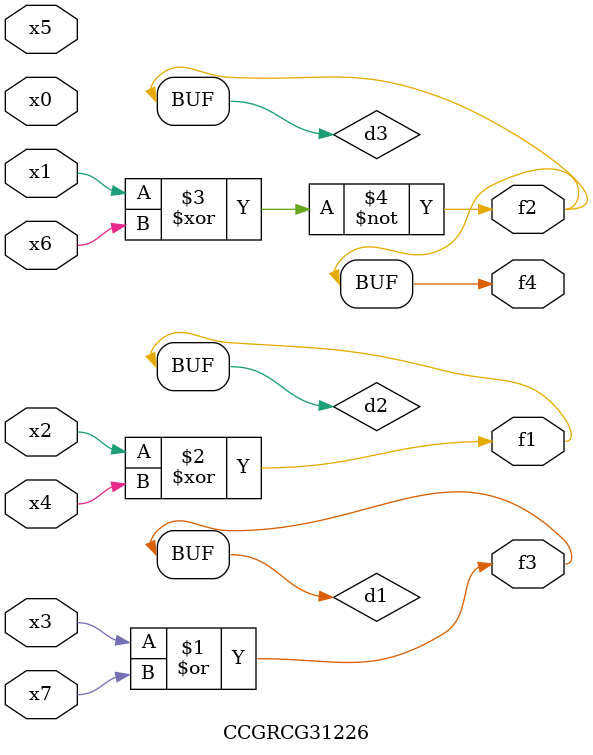
<source format=v>
module CCGRCG31226(
	input x0, x1, x2, x3, x4, x5, x6, x7,
	output f1, f2, f3, f4
);

	wire d1, d2, d3;

	or (d1, x3, x7);
	xor (d2, x2, x4);
	xnor (d3, x1, x6);
	assign f1 = d2;
	assign f2 = d3;
	assign f3 = d1;
	assign f4 = d3;
endmodule

</source>
